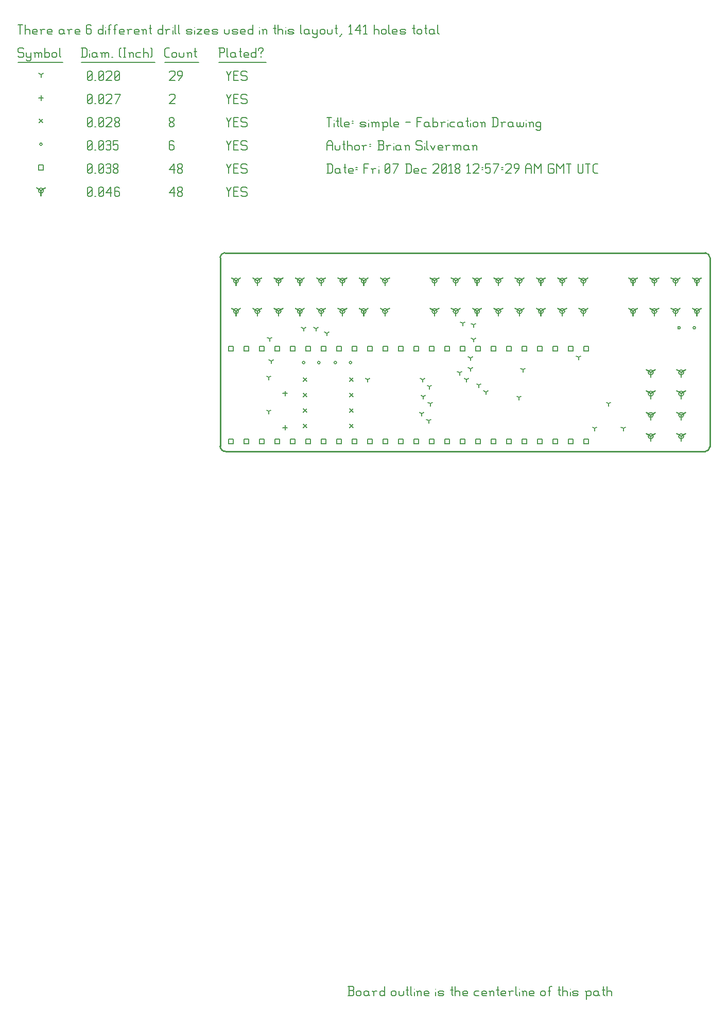
<source format=gbr>
G04 start of page 12 for group -3984 idx -3984 *
G04 Title: simple, fab *
G04 Creator: pcb 20140316 *
G04 CreationDate: Fri 07 Dec 2018 12:57:29 AM GMT UTC *
G04 For: brian *
G04 Format: Gerber/RS-274X *
G04 PCB-Dimensions (mil): 6000.00 5000.00 *
G04 PCB-Coordinate-Origin: lower left *
%MOIN*%
%FSLAX25Y25*%
%LNFAB*%
%ADD71C,0.0100*%
%ADD70C,0.0075*%
%ADD69C,0.0060*%
%ADD68C,0.0001*%
%ADD67R,0.0080X0.0080*%
G54D67*X141272Y453000D02*Y449800D01*
G54D68*G36*
X140725Y453147D02*X144192Y455146D01*
X144591Y454453D01*
X141125Y452454D01*
X140725Y453147D01*
G37*
G36*
X141418Y452454D02*X137952Y454453D01*
X138352Y455146D01*
X141818Y453147D01*
X141418Y452454D01*
G37*
G54D67*X139672Y453000D02*G75*G03X142872Y453000I1600J0D01*G01*
G75*G03X139672Y453000I-1600J0D01*G01*
X141272Y433315D02*Y430115D01*
G54D68*G36*
X140725Y433462D02*X144192Y435461D01*
X144591Y434768D01*
X141125Y432769D01*
X140725Y433462D01*
G37*
G36*
X141418Y432769D02*X137952Y434768D01*
X138352Y435461D01*
X141818Y433462D01*
X141418Y432769D01*
G37*
G54D67*X139672Y433315D02*G75*G03X142872Y433315I1600J0D01*G01*
G75*G03X139672Y433315I-1600J0D01*G01*
X155051Y453000D02*Y449800D01*
G54D68*G36*
X154505Y453147D02*X157971Y455146D01*
X158371Y454453D01*
X154905Y452454D01*
X154505Y453147D01*
G37*
G36*
X155198Y452454D02*X151731Y454453D01*
X152131Y455146D01*
X155598Y453147D01*
X155198Y452454D01*
G37*
G54D67*X153451Y453000D02*G75*G03X156651Y453000I1600J0D01*G01*
G75*G03X153451Y453000I-1600J0D01*G01*
X155051Y433315D02*Y430115D01*
G54D68*G36*
X154505Y433462D02*X157971Y435461D01*
X158371Y434768D01*
X154905Y432769D01*
X154505Y433462D01*
G37*
G36*
X155198Y432769D02*X151731Y434768D01*
X152131Y435461D01*
X155598Y433462D01*
X155198Y432769D01*
G37*
G54D67*X153451Y433315D02*G75*G03X156651Y433315I1600J0D01*G01*
G75*G03X153451Y433315I-1600J0D01*G01*
X168831Y453000D02*Y449800D01*
G54D68*G36*
X168284Y453147D02*X171751Y455146D01*
X172150Y454453D01*
X168684Y452454D01*
X168284Y453147D01*
G37*
G36*
X168977Y452454D02*X165511Y454453D01*
X165911Y455146D01*
X169377Y453147D01*
X168977Y452454D01*
G37*
G54D67*X167231Y453000D02*G75*G03X170431Y453000I1600J0D01*G01*
G75*G03X167231Y453000I-1600J0D01*G01*
X168831Y433315D02*Y430115D01*
G54D68*G36*
X168284Y433462D02*X171751Y435461D01*
X172150Y434768D01*
X168684Y432769D01*
X168284Y433462D01*
G37*
G36*
X168977Y432769D02*X165511Y434768D01*
X165911Y435461D01*
X169377Y433462D01*
X168977Y432769D01*
G37*
G54D67*X167231Y433315D02*G75*G03X170431Y433315I1600J0D01*G01*
G75*G03X167231Y433315I-1600J0D01*G01*
X182610Y453000D02*Y449800D01*
G54D68*G36*
X182064Y453147D02*X185530Y455146D01*
X185930Y454453D01*
X182464Y452454D01*
X182064Y453147D01*
G37*
G36*
X182757Y452454D02*X179291Y454453D01*
X179690Y455146D01*
X183157Y453147D01*
X182757Y452454D01*
G37*
G54D67*X181010Y453000D02*G75*G03X184210Y453000I1600J0D01*G01*
G75*G03X181010Y453000I-1600J0D01*G01*
X182610Y433315D02*Y430115D01*
G54D68*G36*
X182064Y433462D02*X185530Y435461D01*
X185930Y434768D01*
X182464Y432769D01*
X182064Y433462D01*
G37*
G36*
X182757Y432769D02*X179291Y434768D01*
X179690Y435461D01*
X183157Y433462D01*
X182757Y432769D01*
G37*
G54D67*X181010Y433315D02*G75*G03X184210Y433315I1600J0D01*G01*
G75*G03X181010Y433315I-1600J0D01*G01*
X196390Y453000D02*Y449800D01*
G54D68*G36*
X195843Y453147D02*X199310Y455146D01*
X199709Y454453D01*
X196243Y452454D01*
X195843Y453147D01*
G37*
G36*
X196536Y452454D02*X193070Y454453D01*
X193470Y455146D01*
X196936Y453147D01*
X196536Y452454D01*
G37*
G54D67*X194790Y453000D02*G75*G03X197990Y453000I1600J0D01*G01*
G75*G03X194790Y453000I-1600J0D01*G01*
X196390Y433315D02*Y430115D01*
G54D68*G36*
X195843Y433462D02*X199310Y435461D01*
X199709Y434768D01*
X196243Y432769D01*
X195843Y433462D01*
G37*
G36*
X196536Y432769D02*X193070Y434768D01*
X193470Y435461D01*
X196936Y433462D01*
X196536Y432769D01*
G37*
G54D67*X194790Y433315D02*G75*G03X197990Y433315I1600J0D01*G01*
G75*G03X194790Y433315I-1600J0D01*G01*
X210169Y453000D02*Y449800D01*
G54D68*G36*
X209623Y453147D02*X213089Y455146D01*
X213489Y454453D01*
X210023Y452454D01*
X209623Y453147D01*
G37*
G36*
X210316Y452454D02*X206850Y454453D01*
X207249Y455146D01*
X210716Y453147D01*
X210316Y452454D01*
G37*
G54D67*X208569Y453000D02*G75*G03X211769Y453000I1600J0D01*G01*
G75*G03X208569Y453000I-1600J0D01*G01*
X210169Y433315D02*Y430115D01*
G54D68*G36*
X209623Y433462D02*X213089Y435461D01*
X213489Y434768D01*
X210023Y432769D01*
X209623Y433462D01*
G37*
G36*
X210316Y432769D02*X206850Y434768D01*
X207249Y435461D01*
X210716Y433462D01*
X210316Y432769D01*
G37*
G54D67*X208569Y433315D02*G75*G03X211769Y433315I1600J0D01*G01*
G75*G03X208569Y433315I-1600J0D01*G01*
X223949Y453000D02*Y449800D01*
G54D68*G36*
X223402Y453147D02*X226869Y455146D01*
X227269Y454453D01*
X223802Y452454D01*
X223402Y453147D01*
G37*
G36*
X224095Y452454D02*X220629Y454453D01*
X221029Y455146D01*
X224495Y453147D01*
X224095Y452454D01*
G37*
G54D67*X222349Y453000D02*G75*G03X225549Y453000I1600J0D01*G01*
G75*G03X222349Y453000I-1600J0D01*G01*
X223949Y433315D02*Y430115D01*
G54D68*G36*
X223402Y433462D02*X226869Y435461D01*
X227269Y434768D01*
X223802Y432769D01*
X223402Y433462D01*
G37*
G36*
X224095Y432769D02*X220629Y434768D01*
X221029Y435461D01*
X224495Y433462D01*
X224095Y432769D01*
G37*
G54D67*X222349Y433315D02*G75*G03X225549Y433315I1600J0D01*G01*
G75*G03X222349Y433315I-1600J0D01*G01*
X237728Y453000D02*Y449800D01*
G54D68*G36*
X237182Y453147D02*X240648Y455146D01*
X241048Y454453D01*
X237582Y452454D01*
X237182Y453147D01*
G37*
G36*
X237875Y452454D02*X234409Y454453D01*
X234808Y455146D01*
X238275Y453147D01*
X237875Y452454D01*
G37*
G54D67*X236128Y453000D02*G75*G03X239328Y453000I1600J0D01*G01*
G75*G03X236128Y453000I-1600J0D01*G01*
X237728Y433315D02*Y430115D01*
G54D68*G36*
X237182Y433462D02*X240648Y435461D01*
X241048Y434768D01*
X237582Y432769D01*
X237182Y433462D01*
G37*
G36*
X237875Y432769D02*X234409Y434768D01*
X234808Y435461D01*
X238275Y433462D01*
X237875Y432769D01*
G37*
G54D67*X236128Y433315D02*G75*G03X239328Y433315I1600J0D01*G01*
G75*G03X236128Y433315I-1600J0D01*G01*
X269772Y453000D02*Y449800D01*
G54D68*G36*
X269225Y453147D02*X272692Y455146D01*
X273091Y454453D01*
X269625Y452454D01*
X269225Y453147D01*
G37*
G36*
X269918Y452454D02*X266452Y454453D01*
X266852Y455146D01*
X270318Y453147D01*
X269918Y452454D01*
G37*
G54D67*X268172Y453000D02*G75*G03X271372Y453000I1600J0D01*G01*
G75*G03X268172Y453000I-1600J0D01*G01*
X269772Y433315D02*Y430115D01*
G54D68*G36*
X269225Y433462D02*X272692Y435461D01*
X273091Y434768D01*
X269625Y432769D01*
X269225Y433462D01*
G37*
G36*
X269918Y432769D02*X266452Y434768D01*
X266852Y435461D01*
X270318Y433462D01*
X269918Y432769D01*
G37*
G54D67*X268172Y433315D02*G75*G03X271372Y433315I1600J0D01*G01*
G75*G03X268172Y433315I-1600J0D01*G01*
X283551Y453000D02*Y449800D01*
G54D68*G36*
X283005Y453147D02*X286471Y455146D01*
X286871Y454453D01*
X283405Y452454D01*
X283005Y453147D01*
G37*
G36*
X283698Y452454D02*X280231Y454453D01*
X280631Y455146D01*
X284098Y453147D01*
X283698Y452454D01*
G37*
G54D67*X281951Y453000D02*G75*G03X285151Y453000I1600J0D01*G01*
G75*G03X281951Y453000I-1600J0D01*G01*
X283551Y433315D02*Y430115D01*
G54D68*G36*
X283005Y433462D02*X286471Y435461D01*
X286871Y434768D01*
X283405Y432769D01*
X283005Y433462D01*
G37*
G36*
X283698Y432769D02*X280231Y434768D01*
X280631Y435461D01*
X284098Y433462D01*
X283698Y432769D01*
G37*
G54D67*X281951Y433315D02*G75*G03X285151Y433315I1600J0D01*G01*
G75*G03X281951Y433315I-1600J0D01*G01*
X297331Y453000D02*Y449800D01*
G54D68*G36*
X296784Y453147D02*X300251Y455146D01*
X300650Y454453D01*
X297184Y452454D01*
X296784Y453147D01*
G37*
G36*
X297477Y452454D02*X294011Y454453D01*
X294411Y455146D01*
X297877Y453147D01*
X297477Y452454D01*
G37*
G54D67*X295731Y453000D02*G75*G03X298931Y453000I1600J0D01*G01*
G75*G03X295731Y453000I-1600J0D01*G01*
X297331Y433315D02*Y430115D01*
G54D68*G36*
X296784Y433462D02*X300251Y435461D01*
X300650Y434768D01*
X297184Y432769D01*
X296784Y433462D01*
G37*
G36*
X297477Y432769D02*X294011Y434768D01*
X294411Y435461D01*
X297877Y433462D01*
X297477Y432769D01*
G37*
G54D67*X295731Y433315D02*G75*G03X298931Y433315I1600J0D01*G01*
G75*G03X295731Y433315I-1600J0D01*G01*
X311110Y453000D02*Y449800D01*
G54D68*G36*
X310564Y453147D02*X314030Y455146D01*
X314430Y454453D01*
X310964Y452454D01*
X310564Y453147D01*
G37*
G36*
X311257Y452454D02*X307791Y454453D01*
X308190Y455146D01*
X311657Y453147D01*
X311257Y452454D01*
G37*
G54D67*X309510Y453000D02*G75*G03X312710Y453000I1600J0D01*G01*
G75*G03X309510Y453000I-1600J0D01*G01*
X311110Y433315D02*Y430115D01*
G54D68*G36*
X310564Y433462D02*X314030Y435461D01*
X314430Y434768D01*
X310964Y432769D01*
X310564Y433462D01*
G37*
G36*
X311257Y432769D02*X307791Y434768D01*
X308190Y435461D01*
X311657Y433462D01*
X311257Y432769D01*
G37*
G54D67*X309510Y433315D02*G75*G03X312710Y433315I1600J0D01*G01*
G75*G03X309510Y433315I-1600J0D01*G01*
X324890Y453000D02*Y449800D01*
G54D68*G36*
X324343Y453147D02*X327810Y455146D01*
X328209Y454453D01*
X324743Y452454D01*
X324343Y453147D01*
G37*
G36*
X325036Y452454D02*X321570Y454453D01*
X321970Y455146D01*
X325436Y453147D01*
X325036Y452454D01*
G37*
G54D67*X323290Y453000D02*G75*G03X326490Y453000I1600J0D01*G01*
G75*G03X323290Y453000I-1600J0D01*G01*
X324890Y433315D02*Y430115D01*
G54D68*G36*
X324343Y433462D02*X327810Y435461D01*
X328209Y434768D01*
X324743Y432769D01*
X324343Y433462D01*
G37*
G36*
X325036Y432769D02*X321570Y434768D01*
X321970Y435461D01*
X325436Y433462D01*
X325036Y432769D01*
G37*
G54D67*X323290Y433315D02*G75*G03X326490Y433315I1600J0D01*G01*
G75*G03X323290Y433315I-1600J0D01*G01*
X338669Y453000D02*Y449800D01*
G54D68*G36*
X338123Y453147D02*X341589Y455146D01*
X341989Y454453D01*
X338523Y452454D01*
X338123Y453147D01*
G37*
G36*
X338816Y452454D02*X335350Y454453D01*
X335749Y455146D01*
X339216Y453147D01*
X338816Y452454D01*
G37*
G54D67*X337069Y453000D02*G75*G03X340269Y453000I1600J0D01*G01*
G75*G03X337069Y453000I-1600J0D01*G01*
X338669Y433315D02*Y430115D01*
G54D68*G36*
X338123Y433462D02*X341589Y435461D01*
X341989Y434768D01*
X338523Y432769D01*
X338123Y433462D01*
G37*
G36*
X338816Y432769D02*X335350Y434768D01*
X335749Y435461D01*
X339216Y433462D01*
X338816Y432769D01*
G37*
G54D67*X337069Y433315D02*G75*G03X340269Y433315I1600J0D01*G01*
G75*G03X337069Y433315I-1600J0D01*G01*
X352449Y453000D02*Y449800D01*
G54D68*G36*
X351902Y453147D02*X355369Y455146D01*
X355769Y454453D01*
X352302Y452454D01*
X351902Y453147D01*
G37*
G36*
X352595Y452454D02*X349129Y454453D01*
X349529Y455146D01*
X352995Y453147D01*
X352595Y452454D01*
G37*
G54D67*X350849Y453000D02*G75*G03X354049Y453000I1600J0D01*G01*
G75*G03X350849Y453000I-1600J0D01*G01*
X352449Y433315D02*Y430115D01*
G54D68*G36*
X351902Y433462D02*X355369Y435461D01*
X355769Y434768D01*
X352302Y432769D01*
X351902Y433462D01*
G37*
G36*
X352595Y432769D02*X349129Y434768D01*
X349529Y435461D01*
X352995Y433462D01*
X352595Y432769D01*
G37*
G54D67*X350849Y433315D02*G75*G03X354049Y433315I1600J0D01*G01*
G75*G03X350849Y433315I-1600J0D01*G01*
X366228Y453000D02*Y449800D01*
G54D68*G36*
X365682Y453147D02*X369148Y455146D01*
X369548Y454453D01*
X366082Y452454D01*
X365682Y453147D01*
G37*
G36*
X366375Y452454D02*X362909Y454453D01*
X363308Y455146D01*
X366775Y453147D01*
X366375Y452454D01*
G37*
G54D67*X364628Y453000D02*G75*G03X367828Y453000I1600J0D01*G01*
G75*G03X364628Y453000I-1600J0D01*G01*
X366228Y433315D02*Y430115D01*
G54D68*G36*
X365682Y433462D02*X369148Y435461D01*
X369548Y434768D01*
X366082Y432769D01*
X365682Y433462D01*
G37*
G36*
X366375Y432769D02*X362909Y434768D01*
X363308Y435461D01*
X366775Y433462D01*
X366375Y432769D01*
G37*
G54D67*X364628Y433315D02*G75*G03X367828Y433315I1600J0D01*G01*
G75*G03X364628Y433315I-1600J0D01*G01*
X398331Y453000D02*Y449800D01*
G54D68*G36*
X397784Y453147D02*X401251Y455146D01*
X401650Y454453D01*
X398184Y452454D01*
X397784Y453147D01*
G37*
G36*
X398477Y452454D02*X395011Y454453D01*
X395411Y455146D01*
X398877Y453147D01*
X398477Y452454D01*
G37*
G54D67*X396731Y453000D02*G75*G03X399931Y453000I1600J0D01*G01*
G75*G03X396731Y453000I-1600J0D01*G01*
X398331Y433315D02*Y430115D01*
G54D68*G36*
X397784Y433462D02*X401251Y435461D01*
X401650Y434768D01*
X398184Y432769D01*
X397784Y433462D01*
G37*
G36*
X398477Y432769D02*X395011Y434768D01*
X395411Y435461D01*
X398877Y433462D01*
X398477Y432769D01*
G37*
G54D67*X396731Y433315D02*G75*G03X399931Y433315I1600J0D01*G01*
G75*G03X396731Y433315I-1600J0D01*G01*
X412110Y453000D02*Y449800D01*
G54D68*G36*
X411564Y453147D02*X415030Y455146D01*
X415430Y454453D01*
X411964Y452454D01*
X411564Y453147D01*
G37*
G36*
X412257Y452454D02*X408791Y454453D01*
X409190Y455146D01*
X412657Y453147D01*
X412257Y452454D01*
G37*
G54D67*X410510Y453000D02*G75*G03X413710Y453000I1600J0D01*G01*
G75*G03X410510Y453000I-1600J0D01*G01*
X412110Y433315D02*Y430115D01*
G54D68*G36*
X411564Y433462D02*X415030Y435461D01*
X415430Y434768D01*
X411964Y432769D01*
X411564Y433462D01*
G37*
G36*
X412257Y432769D02*X408791Y434768D01*
X409190Y435461D01*
X412657Y433462D01*
X412257Y432769D01*
G37*
G54D67*X410510Y433315D02*G75*G03X413710Y433315I1600J0D01*G01*
G75*G03X410510Y433315I-1600J0D01*G01*
X425890Y453000D02*Y449800D01*
G54D68*G36*
X425343Y453147D02*X428810Y455146D01*
X429209Y454453D01*
X425743Y452454D01*
X425343Y453147D01*
G37*
G36*
X426036Y452454D02*X422570Y454453D01*
X422970Y455146D01*
X426436Y453147D01*
X426036Y452454D01*
G37*
G54D67*X424290Y453000D02*G75*G03X427490Y453000I1600J0D01*G01*
G75*G03X424290Y453000I-1600J0D01*G01*
X425890Y433315D02*Y430115D01*
G54D68*G36*
X425343Y433462D02*X428810Y435461D01*
X429209Y434768D01*
X425743Y432769D01*
X425343Y433462D01*
G37*
G36*
X426036Y432769D02*X422570Y434768D01*
X422970Y435461D01*
X426436Y433462D01*
X426036Y432769D01*
G37*
G54D67*X424290Y433315D02*G75*G03X427490Y433315I1600J0D01*G01*
G75*G03X424290Y433315I-1600J0D01*G01*
X439669Y453000D02*Y449800D01*
G54D68*G36*
X439123Y453147D02*X442589Y455146D01*
X442989Y454453D01*
X439523Y452454D01*
X439123Y453147D01*
G37*
G36*
X439816Y452454D02*X436350Y454453D01*
X436749Y455146D01*
X440216Y453147D01*
X439816Y452454D01*
G37*
G54D67*X438069Y453000D02*G75*G03X441269Y453000I1600J0D01*G01*
G75*G03X438069Y453000I-1600J0D01*G01*
X439669Y433315D02*Y430115D01*
G54D68*G36*
X439123Y433462D02*X442589Y435461D01*
X442989Y434768D01*
X439523Y432769D01*
X439123Y433462D01*
G37*
G36*
X439816Y432769D02*X436350Y434768D01*
X436749Y435461D01*
X440216Y433462D01*
X439816Y432769D01*
G37*
G54D67*X438069Y433315D02*G75*G03X441269Y433315I1600J0D01*G01*
G75*G03X438069Y433315I-1600J0D01*G01*
X429500Y393669D02*Y390469D01*
G54D68*G36*
X428954Y393816D02*X432420Y395816D01*
X432820Y395123D01*
X429353Y393123D01*
X428954Y393816D01*
G37*
G36*
X429647Y393123D02*X426180Y395123D01*
X426580Y395816D01*
X430046Y393816D01*
X429647Y393123D01*
G37*
G54D67*X427900Y393669D02*G75*G03X431100Y393669I1600J0D01*G01*
G75*G03X427900Y393669I-1600J0D01*G01*
X409815D02*Y390469D01*
G54D68*G36*
X409269Y393816D02*X412735Y395816D01*
X413135Y395123D01*
X409668Y393123D01*
X409269Y393816D01*
G37*
G36*
X409962Y393123D02*X406495Y395123D01*
X406895Y395816D01*
X410361Y393816D01*
X409962Y393123D01*
G37*
G54D67*X408215Y393669D02*G75*G03X411415Y393669I1600J0D01*G01*
G75*G03X408215Y393669I-1600J0D01*G01*
X429500Y379890D02*Y376690D01*
G54D68*G36*
X428954Y380036D02*X432420Y382036D01*
X432820Y381343D01*
X429353Y379343D01*
X428954Y380036D01*
G37*
G36*
X429647Y379343D02*X426180Y381343D01*
X426580Y382036D01*
X430046Y380036D01*
X429647Y379343D01*
G37*
G54D67*X427900Y379890D02*G75*G03X431100Y379890I1600J0D01*G01*
G75*G03X427900Y379890I-1600J0D01*G01*
X409815D02*Y376690D01*
G54D68*G36*
X409269Y380036D02*X412735Y382036D01*
X413135Y381343D01*
X409668Y379343D01*
X409269Y380036D01*
G37*
G36*
X409962Y379343D02*X406495Y381343D01*
X406895Y382036D01*
X410361Y380036D01*
X409962Y379343D01*
G37*
G54D67*X408215Y379890D02*G75*G03X411415Y379890I1600J0D01*G01*
G75*G03X408215Y379890I-1600J0D01*G01*
X429500Y366110D02*Y362910D01*
G54D68*G36*
X428954Y366257D02*X432420Y368257D01*
X432820Y367564D01*
X429353Y365564D01*
X428954Y366257D01*
G37*
G36*
X429647Y365564D02*X426180Y367564D01*
X426580Y368257D01*
X430046Y366257D01*
X429647Y365564D01*
G37*
G54D67*X427900Y366110D02*G75*G03X431100Y366110I1600J0D01*G01*
G75*G03X427900Y366110I-1600J0D01*G01*
X409815D02*Y362910D01*
G54D68*G36*
X409269Y366257D02*X412735Y368257D01*
X413135Y367564D01*
X409668Y365564D01*
X409269Y366257D01*
G37*
G36*
X409962Y365564D02*X406495Y367564D01*
X406895Y368257D01*
X410361Y366257D01*
X409962Y365564D01*
G37*
G54D67*X408215Y366110D02*G75*G03X411415Y366110I1600J0D01*G01*
G75*G03X408215Y366110I-1600J0D01*G01*
X429500Y352331D02*Y349131D01*
G54D68*G36*
X428954Y352477D02*X432420Y354477D01*
X432820Y353784D01*
X429353Y351784D01*
X428954Y352477D01*
G37*
G36*
X429647Y351784D02*X426180Y353784D01*
X426580Y354477D01*
X430046Y352477D01*
X429647Y351784D01*
G37*
G54D67*X427900Y352331D02*G75*G03X431100Y352331I1600J0D01*G01*
G75*G03X427900Y352331I-1600J0D01*G01*
X409815D02*Y349131D01*
G54D68*G36*
X409269Y352477D02*X412735Y354477D01*
X413135Y353784D01*
X409668Y351784D01*
X409269Y352477D01*
G37*
G36*
X409962Y351784D02*X406495Y353784D01*
X406895Y354477D01*
X410361Y352477D01*
X409962Y351784D01*
G37*
G54D67*X408215Y352331D02*G75*G03X411415Y352331I1600J0D01*G01*
G75*G03X408215Y352331I-1600J0D01*G01*
X15000Y511250D02*Y508050D01*
G54D68*G36*
X14454Y511397D02*X17920Y513396D01*
X18320Y512703D01*
X14853Y510704D01*
X14454Y511397D01*
G37*
G36*
X15147Y510704D02*X11680Y512703D01*
X12080Y513396D01*
X15546Y511397D01*
X15147Y510704D01*
G37*
G54D67*X13400Y511250D02*G75*G03X16600Y511250I1600J0D01*G01*
G75*G03X13400Y511250I-1600J0D01*G01*
G54D69*X135000Y513500D02*X136500Y510500D01*
X138000Y513500D01*
X136500Y510500D02*Y507500D01*
X139800Y510800D02*X142050D01*
X139800Y507500D02*X142800D01*
X139800Y513500D02*Y507500D01*
Y513500D02*X142800D01*
X147600D02*X148350Y512750D01*
X145350Y513500D02*X147600D01*
X144600Y512750D02*X145350Y513500D01*
X144600Y512750D02*Y511250D01*
X145350Y510500D01*
X147600D01*
X148350Y509750D01*
Y508250D01*
X147600Y507500D02*X148350Y508250D01*
X145350Y507500D02*X147600D01*
X144600Y508250D02*X145350Y507500D01*
X98000Y509750D02*X101000Y513500D01*
X98000Y509750D02*X101750D01*
X101000Y513500D02*Y507500D01*
X103550Y508250D02*X104300Y507500D01*
X103550Y509450D02*Y508250D01*
Y509450D02*X104600Y510500D01*
X105500D01*
X106550Y509450D01*
Y508250D01*
X105800Y507500D02*X106550Y508250D01*
X104300Y507500D02*X105800D01*
X103550Y511550D02*X104600Y510500D01*
X103550Y512750D02*Y511550D01*
Y512750D02*X104300Y513500D01*
X105800D01*
X106550Y512750D01*
Y511550D01*
X105500Y510500D02*X106550Y511550D01*
X45000Y508250D02*X45750Y507500D01*
X45000Y512750D02*Y508250D01*
Y512750D02*X45750Y513500D01*
X47250D01*
X48000Y512750D01*
Y508250D01*
X47250Y507500D02*X48000Y508250D01*
X45750Y507500D02*X47250D01*
X45000Y509000D02*X48000Y512000D01*
X49800Y507500D02*X50550D01*
X52350Y508250D02*X53100Y507500D01*
X52350Y512750D02*Y508250D01*
Y512750D02*X53100Y513500D01*
X54600D01*
X55350Y512750D01*
Y508250D01*
X54600Y507500D02*X55350Y508250D01*
X53100Y507500D02*X54600D01*
X52350Y509000D02*X55350Y512000D01*
X57150Y509750D02*X60150Y513500D01*
X57150Y509750D02*X60900D01*
X60150Y513500D02*Y507500D01*
X64950Y513500D02*X65700Y512750D01*
X63450Y513500D02*X64950D01*
X62700Y512750D02*X63450Y513500D01*
X62700Y512750D02*Y508250D01*
X63450Y507500D01*
X64950Y510800D02*X65700Y510050D01*
X62700Y510800D02*X64950D01*
X63450Y507500D02*X64950D01*
X65700Y508250D01*
Y510050D02*Y508250D01*
X136400Y350600D02*X139600D01*
X136400D02*Y347400D01*
X139600D01*
Y350600D02*Y347400D01*
X146400Y350600D02*X149600D01*
X146400D02*Y347400D01*
X149600D01*
Y350600D02*Y347400D01*
X156400Y350600D02*X159600D01*
X156400D02*Y347400D01*
X159600D01*
Y350600D02*Y347400D01*
X166400Y350600D02*X169600D01*
X166400D02*Y347400D01*
X169600D01*
Y350600D02*Y347400D01*
X176400Y350600D02*X179600D01*
X176400D02*Y347400D01*
X179600D01*
Y350600D02*Y347400D01*
X186400Y350600D02*X189600D01*
X186400D02*Y347400D01*
X189600D01*
Y350600D02*Y347400D01*
X196400Y350600D02*X199600D01*
X196400D02*Y347400D01*
X199600D01*
Y350600D02*Y347400D01*
X206400Y350600D02*X209600D01*
X206400D02*Y347400D01*
X209600D01*
Y350600D02*Y347400D01*
X216400Y350600D02*X219600D01*
X216400D02*Y347400D01*
X219600D01*
Y350600D02*Y347400D01*
X226400Y350600D02*X229600D01*
X226400D02*Y347400D01*
X229600D01*
Y350600D02*Y347400D01*
X236400Y350600D02*X239600D01*
X236400D02*Y347400D01*
X239600D01*
Y350600D02*Y347400D01*
X246400Y350600D02*X249600D01*
X246400D02*Y347400D01*
X249600D01*
Y350600D02*Y347400D01*
X256400Y350600D02*X259600D01*
X256400D02*Y347400D01*
X259600D01*
Y350600D02*Y347400D01*
X266400Y350600D02*X269600D01*
X266400D02*Y347400D01*
X269600D01*
Y350600D02*Y347400D01*
X276400Y350600D02*X279600D01*
X276400D02*Y347400D01*
X279600D01*
Y350600D02*Y347400D01*
X286400Y350600D02*X289600D01*
X286400D02*Y347400D01*
X289600D01*
Y350600D02*Y347400D01*
X296400Y350600D02*X299600D01*
X296400D02*Y347400D01*
X299600D01*
Y350600D02*Y347400D01*
X306400Y350600D02*X309600D01*
X306400D02*Y347400D01*
X309600D01*
Y350600D02*Y347400D01*
X316400Y350600D02*X319600D01*
X316400D02*Y347400D01*
X319600D01*
Y350600D02*Y347400D01*
X326400Y350600D02*X329600D01*
X326400D02*Y347400D01*
X329600D01*
Y350600D02*Y347400D01*
X336400Y350600D02*X339600D01*
X336400D02*Y347400D01*
X339600D01*
Y350600D02*Y347400D01*
X346400Y350600D02*X349600D01*
X346400D02*Y347400D01*
X349600D01*
Y350600D02*Y347400D01*
X356400Y350600D02*X359600D01*
X356400D02*Y347400D01*
X359600D01*
Y350600D02*Y347400D01*
X366400Y350600D02*X369600D01*
X366400D02*Y347400D01*
X369600D01*
Y350600D02*Y347400D01*
X366400Y410600D02*X369600D01*
X366400D02*Y407400D01*
X369600D01*
Y410600D02*Y407400D01*
X356400Y410600D02*X359600D01*
X356400D02*Y407400D01*
X359600D01*
Y410600D02*Y407400D01*
X346400Y410600D02*X349600D01*
X346400D02*Y407400D01*
X349600D01*
Y410600D02*Y407400D01*
X336400Y410600D02*X339600D01*
X336400D02*Y407400D01*
X339600D01*
Y410600D02*Y407400D01*
X326400Y410600D02*X329600D01*
X326400D02*Y407400D01*
X329600D01*
Y410600D02*Y407400D01*
X316400Y410600D02*X319600D01*
X316400D02*Y407400D01*
X319600D01*
Y410600D02*Y407400D01*
X306400Y410600D02*X309600D01*
X306400D02*Y407400D01*
X309600D01*
Y410600D02*Y407400D01*
X296400Y410600D02*X299600D01*
X296400D02*Y407400D01*
X299600D01*
Y410600D02*Y407400D01*
X286400Y410600D02*X289600D01*
X286400D02*Y407400D01*
X289600D01*
Y410600D02*Y407400D01*
X276400Y410600D02*X279600D01*
X276400D02*Y407400D01*
X279600D01*
Y410600D02*Y407400D01*
X266400Y410600D02*X269600D01*
X266400D02*Y407400D01*
X269600D01*
Y410600D02*Y407400D01*
X256400Y410600D02*X259600D01*
X256400D02*Y407400D01*
X259600D01*
Y410600D02*Y407400D01*
X246400Y410600D02*X249600D01*
X246400D02*Y407400D01*
X249600D01*
Y410600D02*Y407400D01*
X236400Y410600D02*X239600D01*
X236400D02*Y407400D01*
X239600D01*
Y410600D02*Y407400D01*
X226400Y410600D02*X229600D01*
X226400D02*Y407400D01*
X229600D01*
Y410600D02*Y407400D01*
X216400Y410600D02*X219600D01*
X216400D02*Y407400D01*
X219600D01*
Y410600D02*Y407400D01*
X206400Y410600D02*X209600D01*
X206400D02*Y407400D01*
X209600D01*
Y410600D02*Y407400D01*
X196400Y410600D02*X199600D01*
X196400D02*Y407400D01*
X199600D01*
Y410600D02*Y407400D01*
X186400Y410600D02*X189600D01*
X186400D02*Y407400D01*
X189600D01*
Y410600D02*Y407400D01*
X176400Y410600D02*X179600D01*
X176400D02*Y407400D01*
X179600D01*
Y410600D02*Y407400D01*
X166400Y410600D02*X169600D01*
X166400D02*Y407400D01*
X169600D01*
Y410600D02*Y407400D01*
X156400Y410600D02*X159600D01*
X156400D02*Y407400D01*
X159600D01*
Y410600D02*Y407400D01*
X146400Y410600D02*X149600D01*
X146400D02*Y407400D01*
X149600D01*
Y410600D02*Y407400D01*
X136400Y410600D02*X139600D01*
X136400D02*Y407400D01*
X139600D01*
Y410600D02*Y407400D01*
X13400Y527850D02*X16600D01*
X13400D02*Y524650D01*
X16600D01*
Y527850D02*Y524650D01*
X135000Y528500D02*X136500Y525500D01*
X138000Y528500D01*
X136500Y525500D02*Y522500D01*
X139800Y525800D02*X142050D01*
X139800Y522500D02*X142800D01*
X139800Y528500D02*Y522500D01*
Y528500D02*X142800D01*
X147600D02*X148350Y527750D01*
X145350Y528500D02*X147600D01*
X144600Y527750D02*X145350Y528500D01*
X144600Y527750D02*Y526250D01*
X145350Y525500D01*
X147600D01*
X148350Y524750D01*
Y523250D01*
X147600Y522500D02*X148350Y523250D01*
X145350Y522500D02*X147600D01*
X144600Y523250D02*X145350Y522500D01*
X98000Y524750D02*X101000Y528500D01*
X98000Y524750D02*X101750D01*
X101000Y528500D02*Y522500D01*
X103550Y523250D02*X104300Y522500D01*
X103550Y524450D02*Y523250D01*
Y524450D02*X104600Y525500D01*
X105500D01*
X106550Y524450D01*
Y523250D01*
X105800Y522500D02*X106550Y523250D01*
X104300Y522500D02*X105800D01*
X103550Y526550D02*X104600Y525500D01*
X103550Y527750D02*Y526550D01*
Y527750D02*X104300Y528500D01*
X105800D01*
X106550Y527750D01*
Y526550D01*
X105500Y525500D02*X106550Y526550D01*
X45000Y523250D02*X45750Y522500D01*
X45000Y527750D02*Y523250D01*
Y527750D02*X45750Y528500D01*
X47250D01*
X48000Y527750D01*
Y523250D01*
X47250Y522500D02*X48000Y523250D01*
X45750Y522500D02*X47250D01*
X45000Y524000D02*X48000Y527000D01*
X49800Y522500D02*X50550D01*
X52350Y523250D02*X53100Y522500D01*
X52350Y527750D02*Y523250D01*
Y527750D02*X53100Y528500D01*
X54600D01*
X55350Y527750D01*
Y523250D01*
X54600Y522500D02*X55350Y523250D01*
X53100Y522500D02*X54600D01*
X52350Y524000D02*X55350Y527000D01*
X57150Y527750D02*X57900Y528500D01*
X59400D01*
X60150Y527750D01*
X59400Y522500D02*X60150Y523250D01*
X57900Y522500D02*X59400D01*
X57150Y523250D02*X57900Y522500D01*
Y525800D02*X59400D01*
X60150Y527750D02*Y526550D01*
Y525050D02*Y523250D01*
Y525050D02*X59400Y525800D01*
X60150Y526550D02*X59400Y525800D01*
X61950Y523250D02*X62700Y522500D01*
X61950Y524450D02*Y523250D01*
Y524450D02*X63000Y525500D01*
X63900D01*
X64950Y524450D01*
Y523250D01*
X64200Y522500D02*X64950Y523250D01*
X62700Y522500D02*X64200D01*
X61950Y526550D02*X63000Y525500D01*
X61950Y527750D02*Y526550D01*
Y527750D02*X62700Y528500D01*
X64200D01*
X64950Y527750D01*
Y526550D01*
X63900Y525500D02*X64950Y526550D01*
X214621Y400000D02*G75*G03X216221Y400000I800J0D01*G01*
G75*G03X214621Y400000I-800J0D01*G01*
X204779D02*G75*G03X206379Y400000I800J0D01*G01*
G75*G03X204779Y400000I-800J0D01*G01*
X184279D02*G75*G03X185879Y400000I800J0D01*G01*
G75*G03X184279Y400000I-800J0D01*G01*
X194121D02*G75*G03X195721Y400000I800J0D01*G01*
G75*G03X194121Y400000I-800J0D01*G01*
X427279Y422500D02*G75*G03X428879Y422500I800J0D01*G01*
G75*G03X427279Y422500I-800J0D01*G01*
X437121D02*G75*G03X438721Y422500I800J0D01*G01*
G75*G03X437121Y422500I-800J0D01*G01*
X14200Y541250D02*G75*G03X15800Y541250I800J0D01*G01*
G75*G03X14200Y541250I-800J0D01*G01*
X135000Y543500D02*X136500Y540500D01*
X138000Y543500D01*
X136500Y540500D02*Y537500D01*
X139800Y540800D02*X142050D01*
X139800Y537500D02*X142800D01*
X139800Y543500D02*Y537500D01*
Y543500D02*X142800D01*
X147600D02*X148350Y542750D01*
X145350Y543500D02*X147600D01*
X144600Y542750D02*X145350Y543500D01*
X144600Y542750D02*Y541250D01*
X145350Y540500D01*
X147600D01*
X148350Y539750D01*
Y538250D01*
X147600Y537500D02*X148350Y538250D01*
X145350Y537500D02*X147600D01*
X144600Y538250D02*X145350Y537500D01*
X100250Y543500D02*X101000Y542750D01*
X98750Y543500D02*X100250D01*
X98000Y542750D02*X98750Y543500D01*
X98000Y542750D02*Y538250D01*
X98750Y537500D01*
X100250Y540800D02*X101000Y540050D01*
X98000Y540800D02*X100250D01*
X98750Y537500D02*X100250D01*
X101000Y538250D01*
Y540050D02*Y538250D01*
X45000D02*X45750Y537500D01*
X45000Y542750D02*Y538250D01*
Y542750D02*X45750Y543500D01*
X47250D01*
X48000Y542750D01*
Y538250D01*
X47250Y537500D02*X48000Y538250D01*
X45750Y537500D02*X47250D01*
X45000Y539000D02*X48000Y542000D01*
X49800Y537500D02*X50550D01*
X52350Y538250D02*X53100Y537500D01*
X52350Y542750D02*Y538250D01*
Y542750D02*X53100Y543500D01*
X54600D01*
X55350Y542750D01*
Y538250D01*
X54600Y537500D02*X55350Y538250D01*
X53100Y537500D02*X54600D01*
X52350Y539000D02*X55350Y542000D01*
X57150Y542750D02*X57900Y543500D01*
X59400D01*
X60150Y542750D01*
X59400Y537500D02*X60150Y538250D01*
X57900Y537500D02*X59400D01*
X57150Y538250D02*X57900Y537500D01*
Y540800D02*X59400D01*
X60150Y542750D02*Y541550D01*
Y540050D02*Y538250D01*
Y540050D02*X59400Y540800D01*
X60150Y541550D02*X59400Y540800D01*
X61950Y543500D02*X64950D01*
X61950D02*Y540500D01*
X62700Y541250D01*
X64200D01*
X64950Y540500D01*
Y538250D01*
X64200Y537500D02*X64950Y538250D01*
X62700Y537500D02*X64200D01*
X61950Y538250D02*X62700Y537500D01*
X184800Y360200D02*X187200Y357800D01*
X184800D02*X187200Y360200D01*
X184800Y370200D02*X187200Y367800D01*
X184800D02*X187200Y370200D01*
X184800Y380200D02*X187200Y377800D01*
X184800D02*X187200Y380200D01*
X184800Y390200D02*X187200Y387800D01*
X184800D02*X187200Y390200D01*
X214800D02*X217200Y387800D01*
X214800D02*X217200Y390200D01*
X214800Y380200D02*X217200Y377800D01*
X214800D02*X217200Y380200D01*
X214800Y370200D02*X217200Y367800D01*
X214800D02*X217200Y370200D01*
X214800Y360200D02*X217200Y357800D01*
X214800D02*X217200Y360200D01*
X13800Y557450D02*X16200Y555050D01*
X13800D02*X16200Y557450D01*
X135000Y558500D02*X136500Y555500D01*
X138000Y558500D01*
X136500Y555500D02*Y552500D01*
X139800Y555800D02*X142050D01*
X139800Y552500D02*X142800D01*
X139800Y558500D02*Y552500D01*
Y558500D02*X142800D01*
X147600D02*X148350Y557750D01*
X145350Y558500D02*X147600D01*
X144600Y557750D02*X145350Y558500D01*
X144600Y557750D02*Y556250D01*
X145350Y555500D01*
X147600D01*
X148350Y554750D01*
Y553250D01*
X147600Y552500D02*X148350Y553250D01*
X145350Y552500D02*X147600D01*
X144600Y553250D02*X145350Y552500D01*
X98000Y553250D02*X98750Y552500D01*
X98000Y554450D02*Y553250D01*
Y554450D02*X99050Y555500D01*
X99950D01*
X101000Y554450D01*
Y553250D01*
X100250Y552500D02*X101000Y553250D01*
X98750Y552500D02*X100250D01*
X98000Y556550D02*X99050Y555500D01*
X98000Y557750D02*Y556550D01*
Y557750D02*X98750Y558500D01*
X100250D01*
X101000Y557750D01*
Y556550D01*
X99950Y555500D02*X101000Y556550D01*
X45000Y553250D02*X45750Y552500D01*
X45000Y557750D02*Y553250D01*
Y557750D02*X45750Y558500D01*
X47250D01*
X48000Y557750D01*
Y553250D01*
X47250Y552500D02*X48000Y553250D01*
X45750Y552500D02*X47250D01*
X45000Y554000D02*X48000Y557000D01*
X49800Y552500D02*X50550D01*
X52350Y553250D02*X53100Y552500D01*
X52350Y557750D02*Y553250D01*
Y557750D02*X53100Y558500D01*
X54600D01*
X55350Y557750D01*
Y553250D01*
X54600Y552500D02*X55350Y553250D01*
X53100Y552500D02*X54600D01*
X52350Y554000D02*X55350Y557000D01*
X57150Y557750D02*X57900Y558500D01*
X60150D01*
X60900Y557750D01*
Y556250D01*
X57150Y552500D02*X60900Y556250D01*
X57150Y552500D02*X60900D01*
X62700Y553250D02*X63450Y552500D01*
X62700Y554450D02*Y553250D01*
Y554450D02*X63750Y555500D01*
X64650D01*
X65700Y554450D01*
Y553250D01*
X64950Y552500D02*X65700Y553250D01*
X63450Y552500D02*X64950D01*
X62700Y556550D02*X63750Y555500D01*
X62700Y557750D02*Y556550D01*
Y557750D02*X63450Y558500D01*
X64950D01*
X65700Y557750D01*
Y556550D01*
X64650Y555500D02*X65700Y556550D01*
X173000Y381624D02*Y378424D01*
X171400Y380024D02*X174600D01*
X173000Y359576D02*Y356376D01*
X171400Y357976D02*X174600D01*
X15000Y572850D02*Y569650D01*
X13400Y571250D02*X16600D01*
X135000Y573500D02*X136500Y570500D01*
X138000Y573500D01*
X136500Y570500D02*Y567500D01*
X139800Y570800D02*X142050D01*
X139800Y567500D02*X142800D01*
X139800Y573500D02*Y567500D01*
Y573500D02*X142800D01*
X147600D02*X148350Y572750D01*
X145350Y573500D02*X147600D01*
X144600Y572750D02*X145350Y573500D01*
X144600Y572750D02*Y571250D01*
X145350Y570500D01*
X147600D01*
X148350Y569750D01*
Y568250D01*
X147600Y567500D02*X148350Y568250D01*
X145350Y567500D02*X147600D01*
X144600Y568250D02*X145350Y567500D01*
X98000Y572750D02*X98750Y573500D01*
X101000D01*
X101750Y572750D01*
Y571250D01*
X98000Y567500D02*X101750Y571250D01*
X98000Y567500D02*X101750D01*
X45000Y568250D02*X45750Y567500D01*
X45000Y572750D02*Y568250D01*
Y572750D02*X45750Y573500D01*
X47250D01*
X48000Y572750D01*
Y568250D01*
X47250Y567500D02*X48000Y568250D01*
X45750Y567500D02*X47250D01*
X45000Y569000D02*X48000Y572000D01*
X49800Y567500D02*X50550D01*
X52350Y568250D02*X53100Y567500D01*
X52350Y572750D02*Y568250D01*
Y572750D02*X53100Y573500D01*
X54600D01*
X55350Y572750D01*
Y568250D01*
X54600Y567500D02*X55350Y568250D01*
X53100Y567500D02*X54600D01*
X52350Y569000D02*X55350Y572000D01*
X57150Y572750D02*X57900Y573500D01*
X60150D01*
X60900Y572750D01*
Y571250D01*
X57150Y567500D02*X60900Y571250D01*
X57150Y567500D02*X60900D01*
X63450D02*X66450Y573500D01*
X62700D02*X66450D01*
X162500Y390500D02*Y388900D01*
Y390500D02*X163887Y391300D01*
X162500Y390500D02*X161113Y391300D01*
X162500Y368500D02*Y366900D01*
Y368500D02*X163887Y369300D01*
X162500Y368500D02*X161113Y369300D01*
X226500Y389000D02*Y387400D01*
Y389000D02*X227887Y389800D01*
X226500Y389000D02*X225113Y389800D01*
X193000Y422000D02*Y420400D01*
Y422000D02*X194387Y422800D01*
X193000Y422000D02*X191613Y422800D01*
X185000Y422000D02*Y420400D01*
Y422000D02*X186387Y422800D01*
X185000Y422000D02*X183613Y422800D01*
X164000Y401000D02*Y399400D01*
Y401000D02*X165387Y401800D01*
X164000Y401000D02*X162613Y401800D01*
X163000Y415500D02*Y413900D01*
Y415500D02*X164387Y416300D01*
X163000Y415500D02*X161613Y416300D01*
X363000Y403500D02*Y401900D01*
Y403500D02*X364387Y404300D01*
X363000Y403500D02*X361613Y404300D01*
X324500Y377500D02*Y375900D01*
Y377500D02*X325887Y378300D01*
X324500Y377500D02*X323113Y378300D01*
X327000Y395500D02*Y393900D01*
Y395500D02*X328387Y396300D01*
X327000Y395500D02*X325613Y396300D01*
X261500Y367000D02*Y365400D01*
Y367000D02*X262887Y367800D01*
X261500Y367000D02*X260113Y367800D01*
X266000Y362500D02*Y360900D01*
Y362500D02*X267387Y363300D01*
X266000Y362500D02*X264613Y363300D01*
X267000Y373500D02*Y371900D01*
Y373500D02*X268387Y374300D01*
X267000Y373500D02*X265613Y374300D01*
X262500Y378000D02*Y376400D01*
Y378000D02*X263887Y378800D01*
X262500Y378000D02*X261113Y378800D01*
X266500Y384500D02*Y382900D01*
Y384500D02*X267887Y385300D01*
X266500Y384500D02*X265113Y385300D01*
X262000Y389000D02*Y387400D01*
Y389000D02*X263387Y389800D01*
X262000Y389000D02*X260613Y389800D01*
X200000Y419000D02*Y417400D01*
Y419000D02*X201387Y419800D01*
X200000Y419000D02*X198613Y419800D01*
X288000Y425500D02*Y423900D01*
Y425500D02*X289387Y426300D01*
X288000Y425500D02*X286613Y426300D01*
X295000Y424500D02*Y422900D01*
Y424500D02*X296387Y425300D01*
X295000Y424500D02*X293613Y425300D01*
X295000Y415000D02*Y413400D01*
Y415000D02*X296387Y415800D01*
X295000Y415000D02*X293613Y415800D01*
X293000Y403000D02*Y401400D01*
Y403000D02*X294387Y403800D01*
X293000Y403000D02*X291613Y403800D01*
X293000Y396000D02*Y394400D01*
Y396000D02*X294387Y396800D01*
X293000Y396000D02*X291613Y396800D01*
X303000Y381000D02*Y379400D01*
Y381000D02*X304387Y381800D01*
X303000Y381000D02*X301613Y381800D01*
X298500Y385500D02*Y383900D01*
Y385500D02*X299887Y386300D01*
X298500Y385500D02*X297113Y386300D01*
X290500Y389000D02*Y387400D01*
Y389000D02*X291887Y389800D01*
X290500Y389000D02*X289113Y389800D01*
X286000Y393500D02*Y391900D01*
Y393500D02*X287387Y394300D01*
X286000Y393500D02*X284613Y394300D01*
X382500Y373500D02*Y371900D01*
Y373500D02*X383887Y374300D01*
X382500Y373500D02*X381113Y374300D01*
X373500Y357500D02*Y355900D01*
Y357500D02*X374887Y358300D01*
X373500Y357500D02*X372113Y358300D01*
X392000Y357500D02*Y355900D01*
Y357500D02*X393387Y358300D01*
X392000Y357500D02*X390613Y358300D01*
X15000Y586250D02*Y584650D01*
Y586250D02*X16387Y587050D01*
X15000Y586250D02*X13613Y587050D01*
X135000Y588500D02*X136500Y585500D01*
X138000Y588500D01*
X136500Y585500D02*Y582500D01*
X139800Y585800D02*X142050D01*
X139800Y582500D02*X142800D01*
X139800Y588500D02*Y582500D01*
Y588500D02*X142800D01*
X147600D02*X148350Y587750D01*
X145350Y588500D02*X147600D01*
X144600Y587750D02*X145350Y588500D01*
X144600Y587750D02*Y586250D01*
X145350Y585500D01*
X147600D01*
X148350Y584750D01*
Y583250D01*
X147600Y582500D02*X148350Y583250D01*
X145350Y582500D02*X147600D01*
X144600Y583250D02*X145350Y582500D01*
X98000Y587750D02*X98750Y588500D01*
X101000D01*
X101750Y587750D01*
Y586250D01*
X98000Y582500D02*X101750Y586250D01*
X98000Y582500D02*X101750D01*
X104300D02*X106550Y585500D01*
Y587750D02*Y585500D01*
X105800Y588500D02*X106550Y587750D01*
X104300Y588500D02*X105800D01*
X103550Y587750D02*X104300Y588500D01*
X103550Y587750D02*Y586250D01*
X104300Y585500D01*
X106550D01*
X45000Y583250D02*X45750Y582500D01*
X45000Y587750D02*Y583250D01*
Y587750D02*X45750Y588500D01*
X47250D01*
X48000Y587750D01*
Y583250D01*
X47250Y582500D02*X48000Y583250D01*
X45750Y582500D02*X47250D01*
X45000Y584000D02*X48000Y587000D01*
X49800Y582500D02*X50550D01*
X52350Y583250D02*X53100Y582500D01*
X52350Y587750D02*Y583250D01*
Y587750D02*X53100Y588500D01*
X54600D01*
X55350Y587750D01*
Y583250D01*
X54600Y582500D02*X55350Y583250D01*
X53100Y582500D02*X54600D01*
X52350Y584000D02*X55350Y587000D01*
X57150Y587750D02*X57900Y588500D01*
X60150D01*
X60900Y587750D01*
Y586250D01*
X57150Y582500D02*X60900Y586250D01*
X57150Y582500D02*X60900D01*
X62700Y583250D02*X63450Y582500D01*
X62700Y587750D02*Y583250D01*
Y587750D02*X63450Y588500D01*
X64950D01*
X65700Y587750D01*
Y583250D01*
X64950Y582500D02*X65700Y583250D01*
X63450Y582500D02*X64950D01*
X62700Y584000D02*X65700Y587000D01*
X3000Y603500D02*X3750Y602750D01*
X750Y603500D02*X3000D01*
X0Y602750D02*X750Y603500D01*
X0Y602750D02*Y601250D01*
X750Y600500D01*
X3000D01*
X3750Y599750D01*
Y598250D01*
X3000Y597500D02*X3750Y598250D01*
X750Y597500D02*X3000D01*
X0Y598250D02*X750Y597500D01*
X5550Y600500D02*Y598250D01*
X6300Y597500D01*
X8550Y600500D02*Y596000D01*
X7800Y595250D02*X8550Y596000D01*
X6300Y595250D02*X7800D01*
X5550Y596000D02*X6300Y595250D01*
Y597500D02*X7800D01*
X8550Y598250D01*
X11100Y599750D02*Y597500D01*
Y599750D02*X11850Y600500D01*
X12600D01*
X13350Y599750D01*
Y597500D01*
Y599750D02*X14100Y600500D01*
X14850D01*
X15600Y599750D01*
Y597500D01*
X10350Y600500D02*X11100Y599750D01*
X17400Y603500D02*Y597500D01*
Y598250D02*X18150Y597500D01*
X19650D01*
X20400Y598250D01*
Y599750D02*Y598250D01*
X19650Y600500D02*X20400Y599750D01*
X18150Y600500D02*X19650D01*
X17400Y599750D02*X18150Y600500D01*
X22200Y599750D02*Y598250D01*
Y599750D02*X22950Y600500D01*
X24450D01*
X25200Y599750D01*
Y598250D01*
X24450Y597500D02*X25200Y598250D01*
X22950Y597500D02*X24450D01*
X22200Y598250D02*X22950Y597500D01*
X27000Y603500D02*Y598250D01*
X27750Y597500D01*
X0Y594250D02*X29250D01*
X41750Y603500D02*Y597500D01*
X43700Y603500D02*X44750Y602450D01*
Y598550D01*
X43700Y597500D02*X44750Y598550D01*
X41000Y597500D02*X43700D01*
X41000Y603500D02*X43700D01*
G54D70*X46550Y602000D02*Y601850D01*
G54D69*Y599750D02*Y597500D01*
X50300Y600500D02*X51050Y599750D01*
X48800Y600500D02*X50300D01*
X48050Y599750D02*X48800Y600500D01*
X48050Y599750D02*Y598250D01*
X48800Y597500D01*
X51050Y600500D02*Y598250D01*
X51800Y597500D01*
X48800D02*X50300D01*
X51050Y598250D01*
X54350Y599750D02*Y597500D01*
Y599750D02*X55100Y600500D01*
X55850D01*
X56600Y599750D01*
Y597500D01*
Y599750D02*X57350Y600500D01*
X58100D01*
X58850Y599750D01*
Y597500D01*
X53600Y600500D02*X54350Y599750D01*
X60650Y597500D02*X61400D01*
X65900Y598250D02*X66650Y597500D01*
X65900Y602750D02*X66650Y603500D01*
X65900Y602750D02*Y598250D01*
X68450Y603500D02*X69950D01*
X69200D02*Y597500D01*
X68450D02*X69950D01*
X72500Y599750D02*Y597500D01*
Y599750D02*X73250Y600500D01*
X74000D01*
X74750Y599750D01*
Y597500D01*
X71750Y600500D02*X72500Y599750D01*
X77300Y600500D02*X79550D01*
X76550Y599750D02*X77300Y600500D01*
X76550Y599750D02*Y598250D01*
X77300Y597500D01*
X79550D01*
X81350Y603500D02*Y597500D01*
Y599750D02*X82100Y600500D01*
X83600D01*
X84350Y599750D01*
Y597500D01*
X86150Y603500D02*X86900Y602750D01*
Y598250D01*
X86150Y597500D02*X86900Y598250D01*
X41000Y594250D02*X88700D01*
X96050Y597500D02*X98000D01*
X95000Y598550D02*X96050Y597500D01*
X95000Y602450D02*Y598550D01*
Y602450D02*X96050Y603500D01*
X98000D01*
X99800Y599750D02*Y598250D01*
Y599750D02*X100550Y600500D01*
X102050D01*
X102800Y599750D01*
Y598250D01*
X102050Y597500D02*X102800Y598250D01*
X100550Y597500D02*X102050D01*
X99800Y598250D02*X100550Y597500D01*
X104600Y600500D02*Y598250D01*
X105350Y597500D01*
X106850D01*
X107600Y598250D01*
Y600500D02*Y598250D01*
X110150Y599750D02*Y597500D01*
Y599750D02*X110900Y600500D01*
X111650D01*
X112400Y599750D01*
Y597500D01*
X109400Y600500D02*X110150Y599750D01*
X114950Y603500D02*Y598250D01*
X115700Y597500D01*
X114200Y601250D02*X115700D01*
X95000Y594250D02*X117200D01*
X130750Y603500D02*Y597500D01*
X130000Y603500D02*X133000D01*
X133750Y602750D01*
Y601250D01*
X133000Y600500D02*X133750Y601250D01*
X130750Y600500D02*X133000D01*
X135550Y603500D02*Y598250D01*
X136300Y597500D01*
X140050Y600500D02*X140800Y599750D01*
X138550Y600500D02*X140050D01*
X137800Y599750D02*X138550Y600500D01*
X137800Y599750D02*Y598250D01*
X138550Y597500D01*
X140800Y600500D02*Y598250D01*
X141550Y597500D01*
X138550D02*X140050D01*
X140800Y598250D01*
X144100Y603500D02*Y598250D01*
X144850Y597500D01*
X143350Y601250D02*X144850D01*
X147100Y597500D02*X149350D01*
X146350Y598250D02*X147100Y597500D01*
X146350Y599750D02*Y598250D01*
Y599750D02*X147100Y600500D01*
X148600D01*
X149350Y599750D01*
X146350Y599000D02*X149350D01*
Y599750D02*Y599000D01*
X154150Y603500D02*Y597500D01*
X153400D02*X154150Y598250D01*
X151900Y597500D02*X153400D01*
X151150Y598250D02*X151900Y597500D01*
X151150Y599750D02*Y598250D01*
Y599750D02*X151900Y600500D01*
X153400D01*
X154150Y599750D01*
X157450Y600500D02*Y599750D01*
Y598250D02*Y597500D01*
X155950Y602750D02*Y602000D01*
Y602750D02*X156700Y603500D01*
X158200D01*
X158950Y602750D01*
Y602000D01*
X157450Y600500D02*X158950Y602000D01*
X130000Y594250D02*X160750D01*
X0Y618500D02*X3000D01*
X1500D02*Y612500D01*
X4800Y618500D02*Y612500D01*
Y614750D02*X5550Y615500D01*
X7050D01*
X7800Y614750D01*
Y612500D01*
X10350D02*X12600D01*
X9600Y613250D02*X10350Y612500D01*
X9600Y614750D02*Y613250D01*
Y614750D02*X10350Y615500D01*
X11850D01*
X12600Y614750D01*
X9600Y614000D02*X12600D01*
Y614750D02*Y614000D01*
X15150Y614750D02*Y612500D01*
Y614750D02*X15900Y615500D01*
X17400D01*
X14400D02*X15150Y614750D01*
X19950Y612500D02*X22200D01*
X19200Y613250D02*X19950Y612500D01*
X19200Y614750D02*Y613250D01*
Y614750D02*X19950Y615500D01*
X21450D01*
X22200Y614750D01*
X19200Y614000D02*X22200D01*
Y614750D02*Y614000D01*
X28950Y615500D02*X29700Y614750D01*
X27450Y615500D02*X28950D01*
X26700Y614750D02*X27450Y615500D01*
X26700Y614750D02*Y613250D01*
X27450Y612500D01*
X29700Y615500D02*Y613250D01*
X30450Y612500D01*
X27450D02*X28950D01*
X29700Y613250D01*
X33000Y614750D02*Y612500D01*
Y614750D02*X33750Y615500D01*
X35250D01*
X32250D02*X33000Y614750D01*
X37800Y612500D02*X40050D01*
X37050Y613250D02*X37800Y612500D01*
X37050Y614750D02*Y613250D01*
Y614750D02*X37800Y615500D01*
X39300D01*
X40050Y614750D01*
X37050Y614000D02*X40050D01*
Y614750D02*Y614000D01*
X46800Y618500D02*X47550Y617750D01*
X45300Y618500D02*X46800D01*
X44550Y617750D02*X45300Y618500D01*
X44550Y617750D02*Y613250D01*
X45300Y612500D01*
X46800Y615800D02*X47550Y615050D01*
X44550Y615800D02*X46800D01*
X45300Y612500D02*X46800D01*
X47550Y613250D01*
Y615050D02*Y613250D01*
X55050Y618500D02*Y612500D01*
X54300D02*X55050Y613250D01*
X52800Y612500D02*X54300D01*
X52050Y613250D02*X52800Y612500D01*
X52050Y614750D02*Y613250D01*
Y614750D02*X52800Y615500D01*
X54300D01*
X55050Y614750D01*
G54D70*X56850Y617000D02*Y616850D01*
G54D69*Y614750D02*Y612500D01*
X59100Y617750D02*Y612500D01*
Y617750D02*X59850Y618500D01*
X60600D01*
X58350Y615500D02*X59850D01*
X62850Y617750D02*Y612500D01*
Y617750D02*X63600Y618500D01*
X64350D01*
X62100Y615500D02*X63600D01*
X66600Y612500D02*X68850D01*
X65850Y613250D02*X66600Y612500D01*
X65850Y614750D02*Y613250D01*
Y614750D02*X66600Y615500D01*
X68100D01*
X68850Y614750D01*
X65850Y614000D02*X68850D01*
Y614750D02*Y614000D01*
X71400Y614750D02*Y612500D01*
Y614750D02*X72150Y615500D01*
X73650D01*
X70650D02*X71400Y614750D01*
X76200Y612500D02*X78450D01*
X75450Y613250D02*X76200Y612500D01*
X75450Y614750D02*Y613250D01*
Y614750D02*X76200Y615500D01*
X77700D01*
X78450Y614750D01*
X75450Y614000D02*X78450D01*
Y614750D02*Y614000D01*
X81000Y614750D02*Y612500D01*
Y614750D02*X81750Y615500D01*
X82500D01*
X83250Y614750D01*
Y612500D01*
X80250Y615500D02*X81000Y614750D01*
X85800Y618500D02*Y613250D01*
X86550Y612500D01*
X85050Y616250D02*X86550D01*
X93750Y618500D02*Y612500D01*
X93000D02*X93750Y613250D01*
X91500Y612500D02*X93000D01*
X90750Y613250D02*X91500Y612500D01*
X90750Y614750D02*Y613250D01*
Y614750D02*X91500Y615500D01*
X93000D01*
X93750Y614750D01*
X96300D02*Y612500D01*
Y614750D02*X97050Y615500D01*
X98550D01*
X95550D02*X96300Y614750D01*
G54D70*X100350Y617000D02*Y616850D01*
G54D69*Y614750D02*Y612500D01*
X101850Y618500D02*Y613250D01*
X102600Y612500D01*
X104100Y618500D02*Y613250D01*
X104850Y612500D01*
X109800D02*X112050D01*
X112800Y613250D01*
X112050Y614000D02*X112800Y613250D01*
X109800Y614000D02*X112050D01*
X109050Y614750D02*X109800Y614000D01*
X109050Y614750D02*X109800Y615500D01*
X112050D01*
X112800Y614750D01*
X109050Y613250D02*X109800Y612500D01*
G54D70*X114600Y617000D02*Y616850D01*
G54D69*Y614750D02*Y612500D01*
X116100Y615500D02*X119100D01*
X116100Y612500D02*X119100Y615500D01*
X116100Y612500D02*X119100D01*
X121650D02*X123900D01*
X120900Y613250D02*X121650Y612500D01*
X120900Y614750D02*Y613250D01*
Y614750D02*X121650Y615500D01*
X123150D01*
X123900Y614750D01*
X120900Y614000D02*X123900D01*
Y614750D02*Y614000D01*
X126450Y612500D02*X128700D01*
X129450Y613250D01*
X128700Y614000D02*X129450Y613250D01*
X126450Y614000D02*X128700D01*
X125700Y614750D02*X126450Y614000D01*
X125700Y614750D02*X126450Y615500D01*
X128700D01*
X129450Y614750D01*
X125700Y613250D02*X126450Y612500D01*
X133950Y615500D02*Y613250D01*
X134700Y612500D01*
X136200D01*
X136950Y613250D01*
Y615500D02*Y613250D01*
X139500Y612500D02*X141750D01*
X142500Y613250D01*
X141750Y614000D02*X142500Y613250D01*
X139500Y614000D02*X141750D01*
X138750Y614750D02*X139500Y614000D01*
X138750Y614750D02*X139500Y615500D01*
X141750D01*
X142500Y614750D01*
X138750Y613250D02*X139500Y612500D01*
X145050D02*X147300D01*
X144300Y613250D02*X145050Y612500D01*
X144300Y614750D02*Y613250D01*
Y614750D02*X145050Y615500D01*
X146550D01*
X147300Y614750D01*
X144300Y614000D02*X147300D01*
Y614750D02*Y614000D01*
X152100Y618500D02*Y612500D01*
X151350D02*X152100Y613250D01*
X149850Y612500D02*X151350D01*
X149100Y613250D02*X149850Y612500D01*
X149100Y614750D02*Y613250D01*
Y614750D02*X149850Y615500D01*
X151350D01*
X152100Y614750D01*
G54D70*X156600Y617000D02*Y616850D01*
G54D69*Y614750D02*Y612500D01*
X158850Y614750D02*Y612500D01*
Y614750D02*X159600Y615500D01*
X160350D01*
X161100Y614750D01*
Y612500D01*
X158100Y615500D02*X158850Y614750D01*
X166350Y618500D02*Y613250D01*
X167100Y612500D01*
X165600Y616250D02*X167100D01*
X168600Y618500D02*Y612500D01*
Y614750D02*X169350Y615500D01*
X170850D01*
X171600Y614750D01*
Y612500D01*
G54D70*X173400Y617000D02*Y616850D01*
G54D69*Y614750D02*Y612500D01*
X175650D02*X177900D01*
X178650Y613250D01*
X177900Y614000D02*X178650Y613250D01*
X175650Y614000D02*X177900D01*
X174900Y614750D02*X175650Y614000D01*
X174900Y614750D02*X175650Y615500D01*
X177900D01*
X178650Y614750D01*
X174900Y613250D02*X175650Y612500D01*
X183150Y618500D02*Y613250D01*
X183900Y612500D01*
X187650Y615500D02*X188400Y614750D01*
X186150Y615500D02*X187650D01*
X185400Y614750D02*X186150Y615500D01*
X185400Y614750D02*Y613250D01*
X186150Y612500D01*
X188400Y615500D02*Y613250D01*
X189150Y612500D01*
X186150D02*X187650D01*
X188400Y613250D01*
X190950Y615500D02*Y613250D01*
X191700Y612500D01*
X193950Y615500D02*Y611000D01*
X193200Y610250D02*X193950Y611000D01*
X191700Y610250D02*X193200D01*
X190950Y611000D02*X191700Y610250D01*
Y612500D02*X193200D01*
X193950Y613250D01*
X195750Y614750D02*Y613250D01*
Y614750D02*X196500Y615500D01*
X198000D01*
X198750Y614750D01*
Y613250D01*
X198000Y612500D02*X198750Y613250D01*
X196500Y612500D02*X198000D01*
X195750Y613250D02*X196500Y612500D01*
X200550Y615500D02*Y613250D01*
X201300Y612500D01*
X202800D01*
X203550Y613250D01*
Y615500D02*Y613250D01*
X206100Y618500D02*Y613250D01*
X206850Y612500D01*
X205350Y616250D02*X206850D01*
X208350Y611000D02*X209850Y612500D01*
X214350Y617300D02*X215550Y618500D01*
Y612500D01*
X214350D02*X216600D01*
X218400Y614750D02*X221400Y618500D01*
X218400Y614750D02*X222150D01*
X221400Y618500D02*Y612500D01*
X223950Y617300D02*X225150Y618500D01*
Y612500D01*
X223950D02*X226200D01*
X230700Y618500D02*Y612500D01*
Y614750D02*X231450Y615500D01*
X232950D01*
X233700Y614750D01*
Y612500D01*
X235500Y614750D02*Y613250D01*
Y614750D02*X236250Y615500D01*
X237750D01*
X238500Y614750D01*
Y613250D01*
X237750Y612500D02*X238500Y613250D01*
X236250Y612500D02*X237750D01*
X235500Y613250D02*X236250Y612500D01*
X240300Y618500D02*Y613250D01*
X241050Y612500D01*
X243300D02*X245550D01*
X242550Y613250D02*X243300Y612500D01*
X242550Y614750D02*Y613250D01*
Y614750D02*X243300Y615500D01*
X244800D01*
X245550Y614750D01*
X242550Y614000D02*X245550D01*
Y614750D02*Y614000D01*
X248100Y612500D02*X250350D01*
X251100Y613250D01*
X250350Y614000D02*X251100Y613250D01*
X248100Y614000D02*X250350D01*
X247350Y614750D02*X248100Y614000D01*
X247350Y614750D02*X248100Y615500D01*
X250350D01*
X251100Y614750D01*
X247350Y613250D02*X248100Y612500D01*
X256350Y618500D02*Y613250D01*
X257100Y612500D01*
X255600Y616250D02*X257100D01*
X258600Y614750D02*Y613250D01*
Y614750D02*X259350Y615500D01*
X260850D01*
X261600Y614750D01*
Y613250D01*
X260850Y612500D02*X261600Y613250D01*
X259350Y612500D02*X260850D01*
X258600Y613250D02*X259350Y612500D01*
X264150Y618500D02*Y613250D01*
X264900Y612500D01*
X263400Y616250D02*X264900D01*
X268650Y615500D02*X269400Y614750D01*
X267150Y615500D02*X268650D01*
X266400Y614750D02*X267150Y615500D01*
X266400Y614750D02*Y613250D01*
X267150Y612500D01*
X269400Y615500D02*Y613250D01*
X270150Y612500D01*
X267150D02*X268650D01*
X269400Y613250D01*
X271950Y618500D02*Y613250D01*
X272700Y612500D01*
G54D71*X445000Y342500D02*X134500D01*
X445000Y471000D02*X134000D01*
X131000Y346000D02*Y468000D01*
X448000D02*Y345500D01*
X134500Y342500D02*G75*G02X131000Y346000I0J3500D01*G01*
X134000Y471000D02*G75*G03X131000Y468000I0J-3000D01*G01*
X445000Y342500D02*G75*G03X448000Y345500I0J3000D01*G01*
Y468000D02*G75*G03X445000Y471000I-3000J0D01*G01*
G54D69*X213675Y-9500D02*X216675D01*
X217425Y-8750D01*
Y-6950D02*Y-8750D01*
X216675Y-6200D02*X217425Y-6950D01*
X214425Y-6200D02*X216675D01*
X214425Y-3500D02*Y-9500D01*
X213675Y-3500D02*X216675D01*
X217425Y-4250D01*
Y-5450D01*
X216675Y-6200D02*X217425Y-5450D01*
X219225Y-7250D02*Y-8750D01*
Y-7250D02*X219975Y-6500D01*
X221475D01*
X222225Y-7250D01*
Y-8750D01*
X221475Y-9500D02*X222225Y-8750D01*
X219975Y-9500D02*X221475D01*
X219225Y-8750D02*X219975Y-9500D01*
X226275Y-6500D02*X227025Y-7250D01*
X224775Y-6500D02*X226275D01*
X224025Y-7250D02*X224775Y-6500D01*
X224025Y-7250D02*Y-8750D01*
X224775Y-9500D01*
X227025Y-6500D02*Y-8750D01*
X227775Y-9500D01*
X224775D02*X226275D01*
X227025Y-8750D01*
X230325Y-7250D02*Y-9500D01*
Y-7250D02*X231075Y-6500D01*
X232575D01*
X229575D02*X230325Y-7250D01*
X237375Y-3500D02*Y-9500D01*
X236625D02*X237375Y-8750D01*
X235125Y-9500D02*X236625D01*
X234375Y-8750D02*X235125Y-9500D01*
X234375Y-7250D02*Y-8750D01*
Y-7250D02*X235125Y-6500D01*
X236625D01*
X237375Y-7250D01*
X241875D02*Y-8750D01*
Y-7250D02*X242625Y-6500D01*
X244125D01*
X244875Y-7250D01*
Y-8750D01*
X244125Y-9500D02*X244875Y-8750D01*
X242625Y-9500D02*X244125D01*
X241875Y-8750D02*X242625Y-9500D01*
X246675Y-6500D02*Y-8750D01*
X247425Y-9500D01*
X248925D01*
X249675Y-8750D01*
Y-6500D02*Y-8750D01*
X252225Y-3500D02*Y-8750D01*
X252975Y-9500D01*
X251475Y-5750D02*X252975D01*
X254475Y-3500D02*Y-8750D01*
X255225Y-9500D01*
G54D70*X256725Y-5000D02*Y-5150D01*
G54D69*Y-7250D02*Y-9500D01*
X258975Y-7250D02*Y-9500D01*
Y-7250D02*X259725Y-6500D01*
X260475D01*
X261225Y-7250D01*
Y-9500D01*
X258225Y-6500D02*X258975Y-7250D01*
X263775Y-9500D02*X266025D01*
X263025Y-8750D02*X263775Y-9500D01*
X263025Y-7250D02*Y-8750D01*
Y-7250D02*X263775Y-6500D01*
X265275D01*
X266025Y-7250D01*
X263025Y-8000D02*X266025D01*
Y-7250D02*Y-8000D01*
G54D70*X270525Y-5000D02*Y-5150D01*
G54D69*Y-7250D02*Y-9500D01*
X272775D02*X275025D01*
X275775Y-8750D01*
X275025Y-8000D02*X275775Y-8750D01*
X272775Y-8000D02*X275025D01*
X272025Y-7250D02*X272775Y-8000D01*
X272025Y-7250D02*X272775Y-6500D01*
X275025D01*
X275775Y-7250D01*
X272025Y-8750D02*X272775Y-9500D01*
X281025Y-3500D02*Y-8750D01*
X281775Y-9500D01*
X280275Y-5750D02*X281775D01*
X283275Y-3500D02*Y-9500D01*
Y-7250D02*X284025Y-6500D01*
X285525D01*
X286275Y-7250D01*
Y-9500D01*
X288825D02*X291075D01*
X288075Y-8750D02*X288825Y-9500D01*
X288075Y-7250D02*Y-8750D01*
Y-7250D02*X288825Y-6500D01*
X290325D01*
X291075Y-7250D01*
X288075Y-8000D02*X291075D01*
Y-7250D02*Y-8000D01*
X296325Y-6500D02*X298575D01*
X295575Y-7250D02*X296325Y-6500D01*
X295575Y-7250D02*Y-8750D01*
X296325Y-9500D01*
X298575D01*
X301125D02*X303375D01*
X300375Y-8750D02*X301125Y-9500D01*
X300375Y-7250D02*Y-8750D01*
Y-7250D02*X301125Y-6500D01*
X302625D01*
X303375Y-7250D01*
X300375Y-8000D02*X303375D01*
Y-7250D02*Y-8000D01*
X305925Y-7250D02*Y-9500D01*
Y-7250D02*X306675Y-6500D01*
X307425D01*
X308175Y-7250D01*
Y-9500D01*
X305175Y-6500D02*X305925Y-7250D01*
X310725Y-3500D02*Y-8750D01*
X311475Y-9500D01*
X309975Y-5750D02*X311475D01*
X313725Y-9500D02*X315975D01*
X312975Y-8750D02*X313725Y-9500D01*
X312975Y-7250D02*Y-8750D01*
Y-7250D02*X313725Y-6500D01*
X315225D01*
X315975Y-7250D01*
X312975Y-8000D02*X315975D01*
Y-7250D02*Y-8000D01*
X318525Y-7250D02*Y-9500D01*
Y-7250D02*X319275Y-6500D01*
X320775D01*
X317775D02*X318525Y-7250D01*
X322575Y-3500D02*Y-8750D01*
X323325Y-9500D01*
G54D70*X324825Y-5000D02*Y-5150D01*
G54D69*Y-7250D02*Y-9500D01*
X327075Y-7250D02*Y-9500D01*
Y-7250D02*X327825Y-6500D01*
X328575D01*
X329325Y-7250D01*
Y-9500D01*
X326325Y-6500D02*X327075Y-7250D01*
X331875Y-9500D02*X334125D01*
X331125Y-8750D02*X331875Y-9500D01*
X331125Y-7250D02*Y-8750D01*
Y-7250D02*X331875Y-6500D01*
X333375D01*
X334125Y-7250D01*
X331125Y-8000D02*X334125D01*
Y-7250D02*Y-8000D01*
X338625Y-7250D02*Y-8750D01*
Y-7250D02*X339375Y-6500D01*
X340875D01*
X341625Y-7250D01*
Y-8750D01*
X340875Y-9500D02*X341625Y-8750D01*
X339375Y-9500D02*X340875D01*
X338625Y-8750D02*X339375Y-9500D01*
X344175Y-4250D02*Y-9500D01*
Y-4250D02*X344925Y-3500D01*
X345675D01*
X343425Y-6500D02*X344925D01*
X350625Y-3500D02*Y-8750D01*
X351375Y-9500D01*
X349875Y-5750D02*X351375D01*
X352875Y-3500D02*Y-9500D01*
Y-7250D02*X353625Y-6500D01*
X355125D01*
X355875Y-7250D01*
Y-9500D01*
G54D70*X357675Y-5000D02*Y-5150D01*
G54D69*Y-7250D02*Y-9500D01*
X359925D02*X362175D01*
X362925Y-8750D01*
X362175Y-8000D02*X362925Y-8750D01*
X359925Y-8000D02*X362175D01*
X359175Y-7250D02*X359925Y-8000D01*
X359175Y-7250D02*X359925Y-6500D01*
X362175D01*
X362925Y-7250D01*
X359175Y-8750D02*X359925Y-9500D01*
X368175Y-7250D02*Y-11750D01*
X367425Y-6500D02*X368175Y-7250D01*
X368925Y-6500D01*
X370425D01*
X371175Y-7250D01*
Y-8750D01*
X370425Y-9500D02*X371175Y-8750D01*
X368925Y-9500D02*X370425D01*
X368175Y-8750D02*X368925Y-9500D01*
X375225Y-6500D02*X375975Y-7250D01*
X373725Y-6500D02*X375225D01*
X372975Y-7250D02*X373725Y-6500D01*
X372975Y-7250D02*Y-8750D01*
X373725Y-9500D01*
X375975Y-6500D02*Y-8750D01*
X376725Y-9500D01*
X373725D02*X375225D01*
X375975Y-8750D01*
X379275Y-3500D02*Y-8750D01*
X380025Y-9500D01*
X378525Y-5750D02*X380025D01*
X381525Y-3500D02*Y-9500D01*
Y-7250D02*X382275Y-6500D01*
X383775D01*
X384525Y-7250D01*
Y-9500D01*
X200750Y528500D02*Y522500D01*
X202700Y528500D02*X203750Y527450D01*
Y523550D01*
X202700Y522500D02*X203750Y523550D01*
X200000Y522500D02*X202700D01*
X200000Y528500D02*X202700D01*
X207800Y525500D02*X208550Y524750D01*
X206300Y525500D02*X207800D01*
X205550Y524750D02*X206300Y525500D01*
X205550Y524750D02*Y523250D01*
X206300Y522500D01*
X208550Y525500D02*Y523250D01*
X209300Y522500D01*
X206300D02*X207800D01*
X208550Y523250D01*
X211850Y528500D02*Y523250D01*
X212600Y522500D01*
X211100Y526250D02*X212600D01*
X214850Y522500D02*X217100D01*
X214100Y523250D02*X214850Y522500D01*
X214100Y524750D02*Y523250D01*
Y524750D02*X214850Y525500D01*
X216350D01*
X217100Y524750D01*
X214100Y524000D02*X217100D01*
Y524750D02*Y524000D01*
X218900Y526250D02*X219650D01*
X218900Y524750D02*X219650D01*
X224150Y528500D02*Y522500D01*
Y528500D02*X227150D01*
X224150Y525800D02*X226400D01*
X229700Y524750D02*Y522500D01*
Y524750D02*X230450Y525500D01*
X231950D01*
X228950D02*X229700Y524750D01*
G54D70*X233750Y527000D02*Y526850D01*
G54D69*Y524750D02*Y522500D01*
X237950Y523250D02*X238700Y522500D01*
X237950Y527750D02*Y523250D01*
Y527750D02*X238700Y528500D01*
X240200D01*
X240950Y527750D01*
Y523250D01*
X240200Y522500D02*X240950Y523250D01*
X238700Y522500D02*X240200D01*
X237950Y524000D02*X240950Y527000D01*
X243500Y522500D02*X246500Y528500D01*
X242750D02*X246500D01*
X251750D02*Y522500D01*
X253700Y528500D02*X254750Y527450D01*
Y523550D01*
X253700Y522500D02*X254750Y523550D01*
X251000Y522500D02*X253700D01*
X251000Y528500D02*X253700D01*
X257300Y522500D02*X259550D01*
X256550Y523250D02*X257300Y522500D01*
X256550Y524750D02*Y523250D01*
Y524750D02*X257300Y525500D01*
X258800D01*
X259550Y524750D01*
X256550Y524000D02*X259550D01*
Y524750D02*Y524000D01*
X262100Y525500D02*X264350D01*
X261350Y524750D02*X262100Y525500D01*
X261350Y524750D02*Y523250D01*
X262100Y522500D01*
X264350D01*
X268850Y527750D02*X269600Y528500D01*
X271850D01*
X272600Y527750D01*
Y526250D01*
X268850Y522500D02*X272600Y526250D01*
X268850Y522500D02*X272600D01*
X274400Y523250D02*X275150Y522500D01*
X274400Y527750D02*Y523250D01*
Y527750D02*X275150Y528500D01*
X276650D01*
X277400Y527750D01*
Y523250D01*
X276650Y522500D02*X277400Y523250D01*
X275150Y522500D02*X276650D01*
X274400Y524000D02*X277400Y527000D01*
X279200Y527300D02*X280400Y528500D01*
Y522500D01*
X279200D02*X281450D01*
X283250Y523250D02*X284000Y522500D01*
X283250Y524450D02*Y523250D01*
Y524450D02*X284300Y525500D01*
X285200D01*
X286250Y524450D01*
Y523250D01*
X285500Y522500D02*X286250Y523250D01*
X284000Y522500D02*X285500D01*
X283250Y526550D02*X284300Y525500D01*
X283250Y527750D02*Y526550D01*
Y527750D02*X284000Y528500D01*
X285500D01*
X286250Y527750D01*
Y526550D01*
X285200Y525500D02*X286250Y526550D01*
X290750Y527300D02*X291950Y528500D01*
Y522500D01*
X290750D02*X293000D01*
X294800Y527750D02*X295550Y528500D01*
X297800D01*
X298550Y527750D01*
Y526250D01*
X294800Y522500D02*X298550Y526250D01*
X294800Y522500D02*X298550D01*
X300350Y526250D02*X301100D01*
X300350Y524750D02*X301100D01*
X302900Y528500D02*X305900D01*
X302900D02*Y525500D01*
X303650Y526250D01*
X305150D01*
X305900Y525500D01*
Y523250D01*
X305150Y522500D02*X305900Y523250D01*
X303650Y522500D02*X305150D01*
X302900Y523250D02*X303650Y522500D01*
X308450D02*X311450Y528500D01*
X307700D02*X311450D01*
X313250Y526250D02*X314000D01*
X313250Y524750D02*X314000D01*
X315800Y527750D02*X316550Y528500D01*
X318800D01*
X319550Y527750D01*
Y526250D01*
X315800Y522500D02*X319550Y526250D01*
X315800Y522500D02*X319550D01*
X322100D02*X324350Y525500D01*
Y527750D02*Y525500D01*
X323600Y528500D02*X324350Y527750D01*
X322100Y528500D02*X323600D01*
X321350Y527750D02*X322100Y528500D01*
X321350Y527750D02*Y526250D01*
X322100Y525500D01*
X324350D01*
X328850Y527000D02*Y522500D01*
Y527000D02*X329900Y528500D01*
X331550D01*
X332600Y527000D01*
Y522500D01*
X328850Y525500D02*X332600D01*
X334400Y528500D02*Y522500D01*
Y528500D02*X336650Y525500D01*
X338900Y528500D01*
Y522500D01*
X346400Y528500D02*X347150Y527750D01*
X344150Y528500D02*X346400D01*
X343400Y527750D02*X344150Y528500D01*
X343400Y527750D02*Y523250D01*
X344150Y522500D01*
X346400D01*
X347150Y523250D01*
Y524750D02*Y523250D01*
X346400Y525500D02*X347150Y524750D01*
X344900Y525500D02*X346400D01*
X348950Y528500D02*Y522500D01*
Y528500D02*X351200Y525500D01*
X353450Y528500D01*
Y522500D01*
X355250Y528500D02*X358250D01*
X356750D02*Y522500D01*
X362750Y528500D02*Y523250D01*
X363500Y522500D01*
X365000D01*
X365750Y523250D01*
Y528500D02*Y523250D01*
X367550Y528500D02*X370550D01*
X369050D02*Y522500D01*
X373400D02*X375350D01*
X372350Y523550D02*X373400Y522500D01*
X372350Y527450D02*Y523550D01*
Y527450D02*X373400Y528500D01*
X375350D01*
X200000Y542000D02*Y537500D01*
Y542000D02*X201050Y543500D01*
X202700D01*
X203750Y542000D01*
Y537500D01*
X200000Y540500D02*X203750D01*
X205550D02*Y538250D01*
X206300Y537500D01*
X207800D01*
X208550Y538250D01*
Y540500D02*Y538250D01*
X211100Y543500D02*Y538250D01*
X211850Y537500D01*
X210350Y541250D02*X211850D01*
X213350Y543500D02*Y537500D01*
Y539750D02*X214100Y540500D01*
X215600D01*
X216350Y539750D01*
Y537500D01*
X218150Y539750D02*Y538250D01*
Y539750D02*X218900Y540500D01*
X220400D01*
X221150Y539750D01*
Y538250D01*
X220400Y537500D02*X221150Y538250D01*
X218900Y537500D02*X220400D01*
X218150Y538250D02*X218900Y537500D01*
X223700Y539750D02*Y537500D01*
Y539750D02*X224450Y540500D01*
X225950D01*
X222950D02*X223700Y539750D01*
X227750Y541250D02*X228500D01*
X227750Y539750D02*X228500D01*
X233000Y537500D02*X236000D01*
X236750Y538250D01*
Y540050D02*Y538250D01*
X236000Y540800D02*X236750Y540050D01*
X233750Y540800D02*X236000D01*
X233750Y543500D02*Y537500D01*
X233000Y543500D02*X236000D01*
X236750Y542750D01*
Y541550D01*
X236000Y540800D02*X236750Y541550D01*
X239300Y539750D02*Y537500D01*
Y539750D02*X240050Y540500D01*
X241550D01*
X238550D02*X239300Y539750D01*
G54D70*X243350Y542000D02*Y541850D01*
G54D69*Y539750D02*Y537500D01*
X247100Y540500D02*X247850Y539750D01*
X245600Y540500D02*X247100D01*
X244850Y539750D02*X245600Y540500D01*
X244850Y539750D02*Y538250D01*
X245600Y537500D01*
X247850Y540500D02*Y538250D01*
X248600Y537500D01*
X245600D02*X247100D01*
X247850Y538250D01*
X251150Y539750D02*Y537500D01*
Y539750D02*X251900Y540500D01*
X252650D01*
X253400Y539750D01*
Y537500D01*
X250400Y540500D02*X251150Y539750D01*
X260900Y543500D02*X261650Y542750D01*
X258650Y543500D02*X260900D01*
X257900Y542750D02*X258650Y543500D01*
X257900Y542750D02*Y541250D01*
X258650Y540500D01*
X260900D01*
X261650Y539750D01*
Y538250D01*
X260900Y537500D02*X261650Y538250D01*
X258650Y537500D02*X260900D01*
X257900Y538250D02*X258650Y537500D01*
G54D70*X263450Y542000D02*Y541850D01*
G54D69*Y539750D02*Y537500D01*
X264950Y543500D02*Y538250D01*
X265700Y537500D01*
X267200Y540500D02*X268700Y537500D01*
X270200Y540500D02*X268700Y537500D01*
X272750D02*X275000D01*
X272000Y538250D02*X272750Y537500D01*
X272000Y539750D02*Y538250D01*
Y539750D02*X272750Y540500D01*
X274250D01*
X275000Y539750D01*
X272000Y539000D02*X275000D01*
Y539750D02*Y539000D01*
X277550Y539750D02*Y537500D01*
Y539750D02*X278300Y540500D01*
X279800D01*
X276800D02*X277550Y539750D01*
X282350D02*Y537500D01*
Y539750D02*X283100Y540500D01*
X283850D01*
X284600Y539750D01*
Y537500D01*
Y539750D02*X285350Y540500D01*
X286100D01*
X286850Y539750D01*
Y537500D01*
X281600Y540500D02*X282350Y539750D01*
X290900Y540500D02*X291650Y539750D01*
X289400Y540500D02*X290900D01*
X288650Y539750D02*X289400Y540500D01*
X288650Y539750D02*Y538250D01*
X289400Y537500D01*
X291650Y540500D02*Y538250D01*
X292400Y537500D01*
X289400D02*X290900D01*
X291650Y538250D01*
X294950Y539750D02*Y537500D01*
Y539750D02*X295700Y540500D01*
X296450D01*
X297200Y539750D01*
Y537500D01*
X294200Y540500D02*X294950Y539750D01*
X200000Y558500D02*X203000D01*
X201500D02*Y552500D01*
G54D70*X204800Y557000D02*Y556850D01*
G54D69*Y554750D02*Y552500D01*
X207050Y558500D02*Y553250D01*
X207800Y552500D01*
X206300Y556250D02*X207800D01*
X209300Y558500D02*Y553250D01*
X210050Y552500D01*
X212300D02*X214550D01*
X211550Y553250D02*X212300Y552500D01*
X211550Y554750D02*Y553250D01*
Y554750D02*X212300Y555500D01*
X213800D01*
X214550Y554750D01*
X211550Y554000D02*X214550D01*
Y554750D02*Y554000D01*
X216350Y556250D02*X217100D01*
X216350Y554750D02*X217100D01*
X222350Y552500D02*X224600D01*
X225350Y553250D01*
X224600Y554000D02*X225350Y553250D01*
X222350Y554000D02*X224600D01*
X221600Y554750D02*X222350Y554000D01*
X221600Y554750D02*X222350Y555500D01*
X224600D01*
X225350Y554750D01*
X221600Y553250D02*X222350Y552500D01*
G54D70*X227150Y557000D02*Y556850D01*
G54D69*Y554750D02*Y552500D01*
X229400Y554750D02*Y552500D01*
Y554750D02*X230150Y555500D01*
X230900D01*
X231650Y554750D01*
Y552500D01*
Y554750D02*X232400Y555500D01*
X233150D01*
X233900Y554750D01*
Y552500D01*
X228650Y555500D02*X229400Y554750D01*
X236450D02*Y550250D01*
X235700Y555500D02*X236450Y554750D01*
X237200Y555500D01*
X238700D01*
X239450Y554750D01*
Y553250D01*
X238700Y552500D02*X239450Y553250D01*
X237200Y552500D02*X238700D01*
X236450Y553250D02*X237200Y552500D01*
X241250Y558500D02*Y553250D01*
X242000Y552500D01*
X244250D02*X246500D01*
X243500Y553250D02*X244250Y552500D01*
X243500Y554750D02*Y553250D01*
Y554750D02*X244250Y555500D01*
X245750D01*
X246500Y554750D01*
X243500Y554000D02*X246500D01*
Y554750D02*Y554000D01*
X251000Y555500D02*X254000D01*
X258500Y558500D02*Y552500D01*
Y558500D02*X261500D01*
X258500Y555800D02*X260750D01*
X265550Y555500D02*X266300Y554750D01*
X264050Y555500D02*X265550D01*
X263300Y554750D02*X264050Y555500D01*
X263300Y554750D02*Y553250D01*
X264050Y552500D01*
X266300Y555500D02*Y553250D01*
X267050Y552500D01*
X264050D02*X265550D01*
X266300Y553250D01*
X268850Y558500D02*Y552500D01*
Y553250D02*X269600Y552500D01*
X271100D01*
X271850Y553250D01*
Y554750D02*Y553250D01*
X271100Y555500D02*X271850Y554750D01*
X269600Y555500D02*X271100D01*
X268850Y554750D02*X269600Y555500D01*
X274400Y554750D02*Y552500D01*
Y554750D02*X275150Y555500D01*
X276650D01*
X273650D02*X274400Y554750D01*
G54D70*X278450Y557000D02*Y556850D01*
G54D69*Y554750D02*Y552500D01*
X280700Y555500D02*X282950D01*
X279950Y554750D02*X280700Y555500D01*
X279950Y554750D02*Y553250D01*
X280700Y552500D01*
X282950D01*
X287000Y555500D02*X287750Y554750D01*
X285500Y555500D02*X287000D01*
X284750Y554750D02*X285500Y555500D01*
X284750Y554750D02*Y553250D01*
X285500Y552500D01*
X287750Y555500D02*Y553250D01*
X288500Y552500D01*
X285500D02*X287000D01*
X287750Y553250D01*
X291050Y558500D02*Y553250D01*
X291800Y552500D01*
X290300Y556250D02*X291800D01*
G54D70*X293300Y557000D02*Y556850D01*
G54D69*Y554750D02*Y552500D01*
X294800Y554750D02*Y553250D01*
Y554750D02*X295550Y555500D01*
X297050D01*
X297800Y554750D01*
Y553250D01*
X297050Y552500D02*X297800Y553250D01*
X295550Y552500D02*X297050D01*
X294800Y553250D02*X295550Y552500D01*
X300350Y554750D02*Y552500D01*
Y554750D02*X301100Y555500D01*
X301850D01*
X302600Y554750D01*
Y552500D01*
X299600Y555500D02*X300350Y554750D01*
X307850Y558500D02*Y552500D01*
X309800Y558500D02*X310850Y557450D01*
Y553550D01*
X309800Y552500D02*X310850Y553550D01*
X307100Y552500D02*X309800D01*
X307100Y558500D02*X309800D01*
X313400Y554750D02*Y552500D01*
Y554750D02*X314150Y555500D01*
X315650D01*
X312650D02*X313400Y554750D01*
X319700Y555500D02*X320450Y554750D01*
X318200Y555500D02*X319700D01*
X317450Y554750D02*X318200Y555500D01*
X317450Y554750D02*Y553250D01*
X318200Y552500D01*
X320450Y555500D02*Y553250D01*
X321200Y552500D01*
X318200D02*X319700D01*
X320450Y553250D01*
X323000Y555500D02*Y553250D01*
X323750Y552500D01*
X324500D01*
X325250Y553250D01*
Y555500D02*Y553250D01*
X326000Y552500D01*
X326750D01*
X327500Y553250D01*
Y555500D02*Y553250D01*
G54D70*X329300Y557000D02*Y556850D01*
G54D69*Y554750D02*Y552500D01*
X331550Y554750D02*Y552500D01*
Y554750D02*X332300Y555500D01*
X333050D01*
X333800Y554750D01*
Y552500D01*
X330800Y555500D02*X331550Y554750D01*
X337850Y555500D02*X338600Y554750D01*
X336350Y555500D02*X337850D01*
X335600Y554750D02*X336350Y555500D01*
X335600Y554750D02*Y553250D01*
X336350Y552500D01*
X337850D01*
X338600Y553250D01*
X335600Y551000D02*X336350Y550250D01*
X337850D01*
X338600Y551000D01*
Y555500D02*Y551000D01*
M02*

</source>
